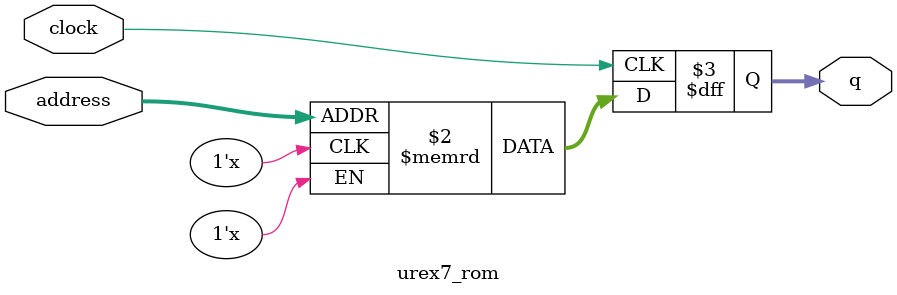
<source format=sv>
module urex7_rom (
	input logic clock,
	input logic [9:0] address,
	output logic [3:0] q
);

logic [3:0] memory [0:1023] /* synthesis ram_init_file = "./urex7/urex7.mif" */;

always_ff @ (posedge clock) begin
	q <= memory[address];
end

endmodule

</source>
